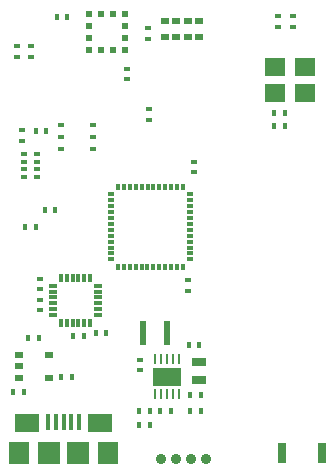
<source format=gts>
G04 (created by PCBNEW (22-Jun-2014 BZR 4027)-stable) date Thu 09 Jul 2015 06:25:10 AM CDT*
%MOIN*%
G04 Gerber Fmt 3.4, Leading zero omitted, Abs format*
%FSLAX34Y34*%
G01*
G70*
G90*
G04 APERTURE LIST*
%ADD10C,0.00590551*%
%ADD11R,0.0283465X0.023622*%
%ADD12R,0.0157X0.0236*%
%ADD13R,0.0236X0.0157*%
%ADD14R,0.03X0.02*%
%ADD15R,0.0110236X0.0334646*%
%ADD16R,0.0944882X0.0649606*%
%ADD17R,0.019685X0.0137795*%
%ADD18R,0.015748X0.0531496*%
%ADD19R,0.0826772X0.0629921*%
%ADD20R,0.0708661X0.0748031*%
%ADD21R,0.0748031X0.0748031*%
%ADD22C,0.0350394*%
%ADD23R,0.045X0.025*%
%ADD24R,0.023622X0.0787402*%
%ADD25R,0.0669291X0.0590551*%
%ADD26R,0.0314961X0.0669291*%
%ADD27R,0.011811X0.0275591*%
%ADD28R,0.0275591X0.011811*%
%ADD29R,0.019685X0.019685*%
%ADD30R,0.0216535X0.011811*%
%ADD31R,0.011811X0.0216535*%
%ADD32R,0.023622X0.015748*%
G04 APERTURE END LIST*
G54D10*
G54D11*
X11790Y-6124D03*
X11409Y-6124D03*
X11409Y-6675D03*
X11790Y-6675D03*
X11027Y-6675D03*
X11027Y-6124D03*
X12172Y-6124D03*
X12172Y-6675D03*
G54D12*
X10527Y-19150D03*
X10173Y-19150D03*
X10527Y-19600D03*
X10173Y-19600D03*
G54D13*
X10200Y-17423D03*
X10200Y-17777D03*
G54D12*
X10873Y-19150D03*
X11227Y-19150D03*
X6827Y-16700D03*
X6473Y-16700D03*
X7573Y-18000D03*
X7927Y-18000D03*
X6327Y-18500D03*
X5973Y-18500D03*
X15027Y-9200D03*
X14673Y-9200D03*
X15027Y-9650D03*
X14673Y-9650D03*
X11823Y-16950D03*
X12177Y-16950D03*
G54D13*
X6850Y-15423D03*
X6850Y-15777D03*
X10450Y-6727D03*
X10450Y-6373D03*
G54D12*
X8723Y-16550D03*
X9077Y-16550D03*
X8327Y-16650D03*
X7973Y-16650D03*
G54D13*
X9750Y-7723D03*
X9750Y-8077D03*
G54D12*
X11873Y-19150D03*
X12227Y-19150D03*
G54D13*
X12000Y-11177D03*
X12000Y-10823D03*
X6250Y-10127D03*
X6250Y-9773D03*
G54D12*
X12227Y-18600D03*
X11873Y-18600D03*
G54D13*
X11800Y-14773D03*
X11800Y-15127D03*
G54D14*
X6150Y-17275D03*
X6150Y-18025D03*
X7150Y-17275D03*
X6150Y-17650D03*
X7150Y-18025D03*
G54D12*
X6373Y-13000D03*
X6727Y-13000D03*
X7023Y-12450D03*
X7377Y-12450D03*
G54D15*
X10706Y-17419D03*
X10903Y-17419D03*
X11493Y-17419D03*
X11296Y-17419D03*
X11100Y-17419D03*
X11100Y-18580D03*
X11296Y-18580D03*
X11493Y-18580D03*
X10903Y-18580D03*
X10706Y-18580D03*
G54D16*
X11100Y-18000D03*
G54D12*
X7423Y-6000D03*
X7777Y-6000D03*
G54D13*
X6100Y-6973D03*
X6100Y-7327D03*
X6550Y-7327D03*
X6550Y-6973D03*
X6850Y-14723D03*
X6850Y-15077D03*
G54D12*
X7077Y-9800D03*
X6723Y-9800D03*
G54D13*
X15300Y-5973D03*
X15300Y-6327D03*
X14800Y-5973D03*
X14800Y-6327D03*
G54D17*
X6766Y-11333D03*
X6766Y-10566D03*
X6766Y-10822D03*
X6766Y-11077D03*
X6333Y-10822D03*
X6333Y-10566D03*
X6333Y-11077D03*
X6333Y-11333D03*
G54D18*
X7138Y-19496D03*
X7394Y-19496D03*
X7650Y-19496D03*
X7905Y-19496D03*
X8161Y-19496D03*
G54D19*
X8870Y-19546D03*
X6429Y-19546D03*
G54D20*
X6153Y-20550D03*
G54D21*
X7177Y-20550D03*
X8122Y-20550D03*
G54D20*
X9146Y-20550D03*
G54D22*
X10900Y-20750D03*
X11400Y-20750D03*
X11900Y-20750D03*
X12400Y-20750D03*
G54D23*
X12150Y-18100D03*
X12150Y-17500D03*
G54D24*
X10286Y-16550D03*
X11113Y-16550D03*
G54D25*
X15700Y-8533D03*
X15700Y-7666D03*
X14700Y-7666D03*
X14700Y-8533D03*
G54D26*
X14930Y-20550D03*
X16269Y-20550D03*
G54D27*
X8148Y-16188D03*
X7951Y-16188D03*
X8542Y-16188D03*
X8345Y-16188D03*
X7754Y-16188D03*
X7557Y-16188D03*
X8542Y-14711D03*
X8345Y-14711D03*
X8148Y-14711D03*
X7951Y-14711D03*
X7754Y-14711D03*
X7557Y-14711D03*
G54D28*
X8788Y-14957D03*
X8788Y-15154D03*
X8788Y-15351D03*
X8788Y-15548D03*
X8788Y-15745D03*
X8788Y-15942D03*
X7311Y-14957D03*
X7311Y-15154D03*
X7311Y-15351D03*
X7311Y-15548D03*
X7311Y-15745D03*
X7311Y-15942D03*
G54D29*
X8509Y-7090D03*
X8509Y-6696D03*
X8509Y-6303D03*
X8509Y-5909D03*
X8903Y-7090D03*
X9690Y-6696D03*
X9690Y-6303D03*
X8903Y-5909D03*
X9296Y-7090D03*
X9690Y-7090D03*
X9296Y-5909D03*
X9690Y-5909D03*
G54D30*
X11878Y-14082D03*
X11878Y-13885D03*
X11878Y-13688D03*
X11878Y-13492D03*
X11878Y-13295D03*
X11878Y-13098D03*
X11878Y-12901D03*
X11878Y-12704D03*
X11878Y-12507D03*
X11878Y-12311D03*
X11878Y-12114D03*
X11878Y-11917D03*
X9221Y-11917D03*
X9221Y-12114D03*
X9221Y-12311D03*
X9221Y-12507D03*
X9221Y-12704D03*
X9221Y-12901D03*
X9221Y-13098D03*
X9221Y-13295D03*
X9221Y-13492D03*
X9221Y-13688D03*
X9221Y-13885D03*
X9221Y-14082D03*
G54D31*
X9467Y-14328D03*
X9664Y-14328D03*
X9861Y-14328D03*
X10057Y-14328D03*
X10254Y-14328D03*
X10449Y-14328D03*
X10648Y-14328D03*
X10845Y-14328D03*
X11042Y-14328D03*
X11238Y-14328D03*
X11435Y-14328D03*
X11632Y-14328D03*
X11632Y-11671D03*
X11435Y-11671D03*
X11238Y-11671D03*
X11042Y-11671D03*
X10845Y-11671D03*
X10648Y-11671D03*
X10451Y-11671D03*
X10254Y-11671D03*
X10057Y-11671D03*
X9861Y-11671D03*
X9664Y-11671D03*
X9467Y-11671D03*
G54D32*
X8635Y-10000D03*
X7568Y-10000D03*
X8631Y-10393D03*
X7568Y-10393D03*
X8631Y-9606D03*
X7568Y-9606D03*
G54D13*
X10500Y-9073D03*
X10500Y-9427D03*
M02*

</source>
